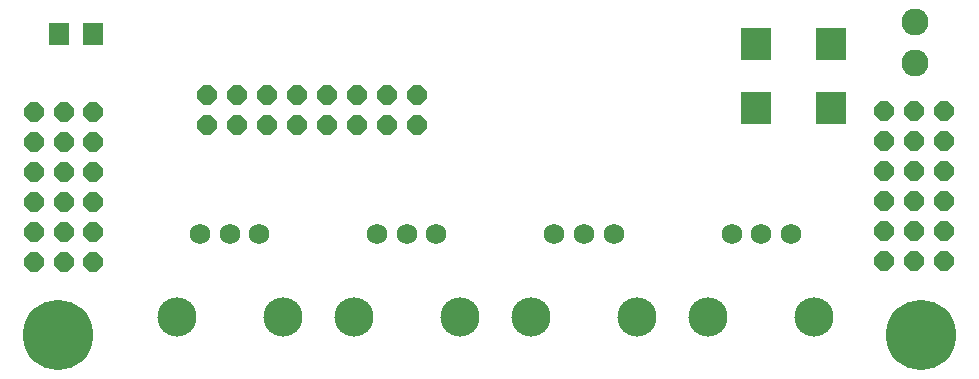
<source format=gbr>
G04 EAGLE Gerber RS-274X export*
G75*
%MOMM*%
%FSLAX34Y34*%
%LPD*%
%INSoldermask Top*%
%IPPOS*%
%AMOC8*
5,1,8,0,0,1.08239X$1,22.5*%
G01*
%ADD10C,5.943600*%
%ADD11P,1.759533X8X22.500000*%
%ADD12C,2.286000*%
%ADD13R,2.651600X2.801600*%
%ADD14P,1.759533X8X202.500000*%
%ADD15C,3.317600*%
%ADD16C,1.751600*%
%ADD17R,1.701600X1.904600*%


D10*
X35000Y35000D03*
X765000Y35000D03*
D11*
X161100Y212300D03*
X186500Y212300D03*
X211900Y212300D03*
X237300Y212300D03*
X262700Y212300D03*
X288100Y212300D03*
X161100Y237700D03*
X186500Y237700D03*
X211900Y237700D03*
X237300Y237700D03*
X262700Y237700D03*
X288100Y237700D03*
X313500Y212300D03*
X338900Y212300D03*
X313500Y237700D03*
X338900Y237700D03*
D12*
X760000Y265000D03*
X760000Y300000D03*
D13*
X625250Y281000D03*
X688750Y281000D03*
D11*
X734400Y224500D03*
X734400Y199100D03*
X734400Y173700D03*
X734400Y148300D03*
X734400Y122900D03*
X734400Y97500D03*
D14*
X64600Y96500D03*
X64600Y121900D03*
X64600Y147300D03*
X64600Y172700D03*
X64600Y198100D03*
X64600Y223500D03*
D11*
X40000Y223500D03*
X40000Y198100D03*
X40000Y172700D03*
X40000Y147300D03*
X40000Y121900D03*
X40000Y96500D03*
X14600Y223500D03*
X14600Y198100D03*
X14600Y172700D03*
X14600Y147300D03*
X14600Y121900D03*
X14600Y96500D03*
D14*
X759600Y97500D03*
X759600Y122900D03*
X759600Y148300D03*
X759600Y173700D03*
X759600Y199100D03*
X759600Y224500D03*
X785000Y97500D03*
X785000Y122900D03*
X785000Y148300D03*
X785000Y173700D03*
X785000Y199100D03*
X785000Y224500D03*
D15*
X375000Y50000D03*
X285000Y50000D03*
D16*
X330000Y120000D03*
X355000Y120000D03*
X305000Y120000D03*
D15*
X225000Y50000D03*
X135000Y50000D03*
D16*
X180000Y120000D03*
X205000Y120000D03*
X155000Y120000D03*
D15*
X525000Y50000D03*
X435000Y50000D03*
D16*
X480000Y120000D03*
X505000Y120000D03*
X455000Y120000D03*
D15*
X675000Y50000D03*
X585000Y50000D03*
D16*
X630000Y120000D03*
X655000Y120000D03*
X605000Y120000D03*
D17*
X64220Y290000D03*
X35780Y290000D03*
D13*
X625250Y227000D03*
X688750Y227000D03*
M02*

</source>
